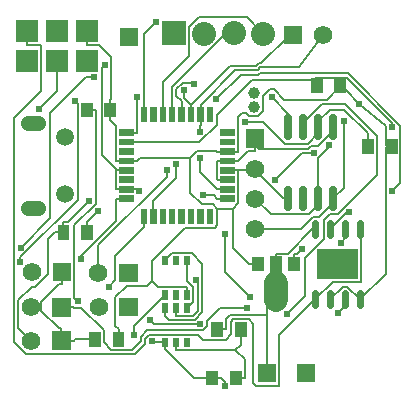
<source format=gbl>
G04 Layer: BottomLayer*
G04 EasyEDA v6.4.7, 2020-10-05T14:23:05+01:00*
G04 80753c53b72f4884ac218c40b0928968,81cdacc9909441f8a3d49748f20dc12b,10*
G04 Gerber Generator version 0.2*
G04 Scale: 100 percent, Rotated: No, Reflected: No *
G04 Dimensions in millimeters *
G04 leading zeros omitted , absolute positions ,3 integer and 3 decimal *
%FSLAX33Y33*%
%MOMM*%
G90*
D02*

%ADD11C,0.179832*%
%ADD12C,0.700001*%
%ADD13C,0.609999*%
%ADD24C,2.032000*%
%ADD25C,0.999998*%
%ADD27C,1.499997*%
%ADD28R,1.574800X1.574800*%
%ADD29C,1.574800*%
%ADD30C,1.299997*%
%ADD31C,0.599999*%
%ADD32C,2.000001*%

%LPD*%
G54D11*
G01X1506Y29359D02*
G01X2651Y29359D01*
G01X2705Y29309D01*
G01X2705Y25478D01*
G01X375Y23152D01*
G01X375Y4196D01*
G01X1419Y3152D01*
G01X10624Y3152D01*
G01X11493Y4020D01*
G01X11493Y4488D01*
G01X11823Y4818D01*
G01X15946Y4818D01*
G01X16375Y4391D01*
G01X18341Y4391D01*
G01X18785Y4833D01*
G01X18785Y5925D01*
G01X18983Y6123D01*
G01X20292Y6123D01*
G01X20655Y5760D01*
G01X20655Y762D01*
G01X20911Y505D01*
G01X22819Y505D01*
G01X22872Y558D01*
G01X22872Y4777D01*
G01X25907Y7810D01*
G01X15090Y11082D02*
G01X15090Y10441D01*
G01X15092Y7058D02*
G01X15587Y7556D01*
G01X15587Y8854D01*
G01X15090Y9352D01*
G01X15090Y10441D01*
G01X15791Y9448D02*
G01X15991Y9248D01*
G01X15991Y6858D01*
G01X15552Y6418D01*
G01X14155Y6418D01*
G01X16182Y5758D02*
G01X16144Y5720D01*
G01X12252Y5720D01*
G01X11948Y6024D01*
G01X6565Y23827D02*
G01X7307Y23827D01*
G01X14155Y7058D02*
G01X14155Y6418D01*
G01X5793Y7663D02*
G01X5527Y7929D01*
G01X5527Y14112D01*
G01X7307Y15895D01*
G01X7307Y23827D01*
G01X13215Y7058D02*
G01X13215Y6418D01*
G01X13213Y11082D02*
G01X13213Y11142D01*
G01X13794Y11724D01*
G01X15448Y11724D01*
G01X16352Y10817D01*
G01X16352Y6728D01*
G01X15694Y6070D01*
G01X13563Y6070D01*
G01X13215Y6418D01*
G01X17932Y1137D02*
G01X18234Y838D01*
G01X18234Y505D01*
G01X17561Y1137D02*
G01X17932Y1137D01*
G01X17561Y1137D02*
G01X17190Y1137D01*
G01X13215Y3609D02*
G01X15687Y1137D01*
G01X17190Y1137D01*
G01X13215Y3886D02*
G01X13215Y3609D01*
G01X13215Y3886D02*
G01X13215Y4163D01*
G01X10581Y4795D02*
G01X10581Y5554D01*
G01X13213Y8186D01*
G01X13215Y4163D02*
G01X12148Y4163D01*
G01X12057Y4254D01*
G01X19192Y1137D02*
G01X19933Y1137D01*
G01X19151Y3522D02*
G01X19933Y2738D01*
G01X19933Y1137D01*
G01X19601Y5257D02*
G01X19601Y3972D01*
G01X19151Y3522D01*
G01X14155Y4163D02*
G01X14155Y3522D01*
G01X19151Y3522D02*
G01X14155Y3522D01*
G01X22212Y24922D02*
G01X23639Y23495D01*
G01X23639Y22397D01*
G01X25768Y20190D02*
G01X24800Y20190D01*
G01X22478Y17868D01*
G01X20144Y7089D02*
G01X17828Y7089D01*
G01X16746Y6004D01*
G01X16746Y5524D01*
G01X16416Y5194D01*
G01X11706Y5194D01*
G01X11145Y4632D01*
G01X11145Y4279D01*
G01X10383Y3520D01*
G01X8630Y3520D01*
G01X7995Y4152D01*
G01X7995Y5184D01*
G01X6083Y7099D01*
G01X5504Y7099D01*
G01X5463Y7139D01*
G01X4417Y7139D02*
G01X5463Y7139D01*
G01X3853Y13477D02*
G01X3309Y12933D01*
G01X3309Y9951D01*
G01X2194Y8836D01*
G01X1910Y8836D01*
G01X784Y7713D01*
G01X784Y5384D01*
G01X1871Y4297D01*
G01X4594Y13477D02*
G01X3853Y13477D01*
G01X24909Y22397D02*
G01X24909Y22755D01*
G01X26479Y24325D01*
G01X28455Y24325D01*
G01X31120Y21658D01*
G01X31120Y18333D01*
G01X27802Y15016D01*
G01X27160Y15016D01*
G01X26636Y14490D01*
G01X26636Y12946D01*
G01X25016Y11328D01*
G01X25016Y8077D01*
G01X23525Y6586D01*
G01X20388Y8003D02*
G01X18270Y10121D01*
G01X18270Y13329D01*
G01X4594Y13477D02*
G01X4594Y14343D01*
G01X4594Y14343D02*
G01X4958Y14343D01*
G01X6731Y16116D01*
G01X30378Y21150D02*
G01X30378Y21582D01*
G01X30378Y21150D02*
G01X30378Y20716D01*
G01X30378Y21582D02*
G01X30378Y21866D01*
G01X28384Y23860D01*
G01X27150Y23860D01*
G01X26179Y22890D01*
G01X26179Y22397D01*
G01X7188Y26593D02*
G01X6492Y26593D01*
G01X3446Y23548D01*
G01X3446Y14653D01*
G01X960Y12166D01*
G01X26179Y22397D02*
G01X26179Y21892D01*
G01X25257Y20970D01*
G01X23375Y20970D01*
G01X21526Y22819D01*
G01X19969Y22819D01*
G01X28447Y7810D02*
G01X28447Y7259D01*
G01X27833Y6647D01*
G01X28447Y13754D02*
G01X28447Y12974D01*
G01X28051Y12580D01*
G01X27177Y13754D02*
G01X28597Y15176D01*
G01X28775Y15176D01*
G01X17599Y5257D02*
G01X18341Y5257D01*
G01X22588Y8460D02*
G01X22588Y10492D01*
G01X22588Y10492D02*
G01X22588Y11686D01*
G01X22588Y11686D02*
G01X23599Y11686D01*
G01X25666Y13754D01*
G01X25907Y13754D01*
G01X21826Y1551D02*
G01X21826Y6522D01*
G01X21826Y6522D02*
G01X21826Y7698D01*
G01X22588Y8460D01*
G01X18341Y5257D02*
G01X18341Y6164D01*
G01X18699Y6522D01*
G01X21826Y6522D01*
G01X16212Y23860D02*
G01X16212Y24297D01*
G01X16212Y23860D02*
G01X16212Y23421D01*
G01X16146Y21983D02*
G01X16146Y22479D01*
G01X16212Y22545D01*
G01X16212Y23421D02*
G01X16212Y22545D01*
G01X16212Y24297D02*
G01X19131Y27216D01*
G01X21033Y27216D01*
G01X21262Y27447D01*
G01X23192Y27447D01*
G01X24556Y27447D01*
G01X26588Y30177D01*
G01X13352Y18768D02*
G01X13352Y18161D01*
G01X7556Y12367D01*
G01X7556Y10030D01*
G01X15400Y23860D02*
G01X15400Y24297D01*
G01X15400Y23860D02*
G01X15400Y23421D01*
G01X24096Y30050D02*
G01X23573Y30050D01*
G01X24096Y30050D02*
G01X24048Y30177D01*
G01X14825Y25511D02*
G01X14825Y24874D01*
G01X15400Y24297D01*
G01X5593Y24610D02*
G01X5824Y24378D01*
G01X5824Y16233D01*
G01X942Y11351D01*
G01X942Y10962D01*
G01X15400Y24297D02*
G01X18666Y27566D01*
G01X20888Y27566D01*
G01X21117Y27795D01*
G01X21318Y27795D01*
G01X23573Y30050D01*
G01X15631Y26029D02*
G01X15499Y26162D01*
G01X14678Y26162D01*
G01X14150Y25633D01*
G01X14150Y25054D01*
G01X14612Y24592D01*
G01X14612Y23421D01*
G01X13799Y23421D02*
G01X13799Y24297D01*
G01X26179Y16352D02*
G01X26179Y15821D01*
G01X25359Y15003D01*
G01X22141Y15003D01*
G01X20810Y16334D01*
G01X13799Y24297D02*
G01X13799Y25775D01*
G01X18346Y30322D01*
G01X19024Y30322D01*
G01X27078Y20868D02*
G01X27078Y20703D01*
G01X26179Y19804D01*
G01X26179Y16352D01*
G01X13012Y23421D02*
G01X13012Y24297D01*
G01X13012Y24297D02*
G01X13012Y26189D01*
G01X15222Y28399D01*
G01X15222Y30853D01*
G01X16085Y31714D01*
G01X20114Y31714D01*
G01X21521Y30307D01*
G01X27449Y16352D02*
G01X27449Y15999D01*
G01X26248Y14798D01*
G01X25687Y14798D01*
G01X24683Y13794D01*
G01X20810Y13794D01*
G01X28333Y22895D02*
G01X28333Y17238D01*
G01X27449Y16352D01*
G01X11412Y23421D02*
G01X11412Y30292D01*
G01X12440Y31320D01*
G01X9913Y21922D02*
G01X10789Y21922D01*
G01X10789Y21922D02*
G01X10789Y24922D01*
G01X17548Y24749D02*
G01X19596Y26797D01*
G01X21104Y26797D01*
G01X21254Y26946D01*
G01X28681Y26946D01*
G01X33121Y22506D01*
G01X33121Y17655D01*
G01X32438Y16972D01*
G01X26029Y25908D02*
G01X25806Y26471D01*
G01X9913Y21135D02*
G01X10789Y21135D01*
G01X32425Y22362D02*
G01X32425Y22710D01*
G01X28615Y26520D01*
G01X25857Y26520D01*
G01X25806Y26471D01*
G01X10789Y21135D02*
G01X16108Y21135D01*
G01X17569Y22595D01*
G01X17569Y23393D01*
G01X20523Y26347D01*
G01X25681Y26347D01*
G01X25806Y26471D01*
G01X6088Y11224D02*
G01X6088Y11465D01*
G01X9037Y14411D01*
G01X9037Y16334D01*
G01X4046Y28018D02*
G01X4046Y25458D01*
G01X2506Y23916D01*
G01X9913Y16334D02*
G01X9037Y16334D01*
G01X11412Y14836D02*
G01X11412Y13959D01*
G01X11412Y13959D02*
G01X8950Y11496D01*
G01X8950Y9415D01*
G01X8415Y8882D01*
G01X14094Y19237D02*
G01X14094Y18044D01*
G01X12199Y16149D01*
G01X12199Y14836D01*
G01X17622Y16334D02*
G01X17332Y16624D01*
G01X16390Y16624D01*
G01X18498Y16334D02*
G01X17622Y16334D01*
G01X18498Y17122D02*
G01X17622Y17122D01*
G01X16146Y19771D02*
G01X16146Y18597D01*
G01X17622Y17122D01*
G01X7256Y4406D02*
G01X5567Y4406D01*
G01X5458Y4297D01*
G01X4411Y4297D02*
G01X5458Y4297D01*
G01X4411Y4297D02*
G01X4411Y5344D01*
G01X1877Y7139D02*
G01X2712Y7139D01*
G01X4411Y5344D02*
G01X4226Y5344D01*
G01X2712Y6858D01*
G01X2712Y7139D01*
G01X2712Y7139D02*
G01X2712Y7594D01*
G01X4193Y9075D01*
G01X4455Y9075D01*
G01X4455Y9598D02*
G01X4455Y9075D01*
G01X9474Y18722D02*
G01X9913Y18722D01*
G01X18059Y19535D02*
G01X17622Y19535D01*
G01X18059Y19535D02*
G01X18498Y19535D01*
G01X19375Y19535D02*
G01X20210Y20368D01*
G01X20810Y20368D01*
G01X18498Y19535D02*
G01X19375Y19535D01*
G01X20810Y21414D02*
G01X20810Y20891D01*
G01X20810Y20891D02*
G01X20810Y20368D01*
G01X18498Y17934D02*
G01X17708Y17934D01*
G01X9563Y17122D02*
G01X9037Y17122D01*
G01X4455Y9598D02*
G01X4455Y10121D01*
G01X17708Y17934D02*
G01X17622Y18021D01*
G01X17622Y19535D01*
G01X9474Y18722D02*
G01X9123Y18722D01*
G01X9563Y17122D02*
G01X9913Y17122D01*
G01X9123Y18722D02*
G01X9037Y18635D01*
G01X9037Y17122D01*
G01X8074Y27625D02*
G01X7820Y27368D01*
G01X7820Y20025D01*
G01X9123Y18722D01*
G01X24112Y11635D02*
G01X24345Y11635D01*
G01X24764Y12054D01*
G01X24112Y10797D02*
G01X24112Y11635D01*
G01X11026Y16957D02*
G01X10955Y16957D01*
G01X10789Y17122D01*
G01X9913Y17122D02*
G01X10789Y17122D01*
G01X20810Y20891D02*
G01X21155Y20546D01*
G01X25328Y20546D01*
G01X25534Y20754D01*
G01X26167Y20754D01*
G01X27449Y22037D01*
G01X27449Y22397D01*
G01X32379Y20716D02*
G01X32009Y20716D01*
G01X9255Y4406D02*
G01X9255Y5273D01*
G01X15090Y8186D02*
G01X15090Y8829D01*
G01X9474Y19535D02*
G01X9037Y19535D01*
G01X9474Y19535D02*
G01X9913Y19535D01*
G01X28178Y25654D02*
G01X27848Y25654D01*
G01X6586Y30558D02*
G01X6586Y29359D01*
G01X23639Y16352D02*
G01X23180Y16352D01*
G01X20810Y18722D01*
G01X20810Y18722D02*
G01X20810Y18874D01*
G01X18498Y20322D02*
G01X17622Y20322D01*
G01X18849Y18722D02*
G01X19375Y18722D01*
G01X18849Y18722D02*
G01X18498Y18722D01*
G01X9913Y19535D02*
G01X10789Y19535D01*
G01X29717Y7810D02*
G01X28641Y8884D01*
G01X28252Y8884D01*
G01X27177Y7810D01*
G01X28178Y25654D02*
G01X28364Y25654D01*
G01X8567Y23827D02*
G01X8567Y24693D01*
G01X28031Y25908D02*
G01X27828Y25654D01*
G01X28031Y25908D02*
G01X27848Y25654D01*
G01X18498Y20322D02*
G01X19375Y20322D01*
G01X20810Y18722D02*
G01X19375Y18722D01*
G01X8567Y22961D02*
G01X9037Y22491D01*
G01X9037Y19535D01*
G01X8567Y23827D02*
G01X8567Y22961D01*
G01X6586Y29359D02*
G01X7635Y29359D01*
G01X8638Y28356D01*
G01X8638Y24765D01*
G01X8567Y24693D01*
G01X20327Y10797D02*
G01X18933Y12192D01*
G01X18933Y15496D01*
G01X19375Y18722D02*
G01X19375Y15941D01*
G01X18933Y15496D01*
G01X18933Y15496D02*
G01X17597Y15496D01*
G01X21064Y10797D02*
G01X20327Y10797D01*
G01X28364Y25654D02*
G01X28501Y25516D01*
G01X29654Y24330D01*
G01X10789Y19535D02*
G01X11059Y19801D01*
G01X15318Y19801D01*
G01X15339Y19781D01*
G01X17622Y20322D02*
G01X17609Y20332D01*
G01X15890Y20332D01*
G01X15339Y19781D01*
G01X15339Y19781D02*
G01X15339Y16824D01*
G01X16304Y15859D01*
G01X17233Y15859D01*
G01X17597Y15496D01*
G01X15090Y8829D02*
G01X12598Y8829D01*
G01X12064Y9362D01*
G01X12064Y9362D02*
G01X12064Y11038D01*
G01X14914Y13888D01*
G01X17393Y13888D01*
G01X17597Y14089D01*
G01X17597Y15496D01*
G01X12064Y9362D02*
G01X11645Y8943D01*
G01X9946Y8943D01*
G01X8983Y7983D01*
G01X8983Y5544D01*
G01X9255Y5273D01*
G01X28031Y25908D02*
G01X26865Y24691D01*
G01X25095Y24691D01*
G01X23291Y24691D01*
G01X22392Y25590D01*
G01X22067Y25590D01*
G01X21480Y25001D01*
G01X21480Y23761D01*
G01X21036Y23317D01*
G01X20302Y23317D01*
G01X20071Y23550D01*
G01X19723Y23550D01*
G01X19375Y23202D01*
G01X19375Y20322D01*
G01X29717Y7810D02*
G01X31874Y9969D01*
G01X31874Y20581D01*
G01X32009Y20716D01*
G01X32009Y20716D02*
G01X31861Y20863D01*
G01X31861Y22440D01*
G01X29654Y24330D01*
G01X6596Y13477D02*
G01X6596Y14366D01*
G01X7548Y15318D01*
G01X25907Y7810D02*
G01X27386Y9288D01*
G01X29753Y9288D01*
G01X29806Y9342D01*
G01X29806Y13665D01*
G01X29717Y13754D01*
G01X1506Y30558D02*
G01X1506Y29359D01*
G54D31*
G01X25907Y14254D02*
G01X25907Y13254D01*
G01X27177Y14254D02*
G01X27177Y13254D01*
G01X28447Y14254D02*
G01X28447Y13254D01*
G01X29717Y14254D02*
G01X29717Y13254D01*
G01X25907Y8310D02*
G01X25907Y7310D01*
G01X27177Y8310D02*
G01X27177Y7310D01*
G01X28447Y8310D02*
G01X28447Y7310D01*
G01X29717Y8310D02*
G01X29717Y7310D01*
G54D12*
G01X27449Y17102D02*
G01X27449Y15602D01*
G01X26179Y17102D02*
G01X26179Y15602D01*
G01X24909Y17102D02*
G01X24909Y15602D01*
G01X23639Y17102D02*
G01X23639Y15602D01*
G01X27449Y23147D02*
G01X27449Y21647D01*
G01X26179Y23147D02*
G01X26179Y21647D01*
G01X24909Y23147D02*
G01X24909Y21647D01*
G01X23639Y23147D02*
G01X23639Y21647D01*
G54D32*
G01X22588Y9210D02*
G01X22588Y7710D01*
G36*
G01X19133Y22202D02*
G01X17863Y22202D01*
G01X17863Y21643D01*
G01X19133Y21643D01*
G01X19133Y22202D01*
G37*
G36*
G01X19133Y21414D02*
G01X17863Y21414D01*
G01X17863Y20855D01*
G01X19133Y20855D01*
G01X19133Y21414D01*
G37*
G36*
G01X19133Y20601D02*
G01X17863Y20601D01*
G01X17863Y20043D01*
G01X19133Y20043D01*
G01X19133Y20601D01*
G37*
G36*
G01X19133Y19814D02*
G01X17863Y19814D01*
G01X17863Y19255D01*
G01X19133Y19255D01*
G01X19133Y19814D01*
G37*
G36*
G01X19133Y19001D02*
G01X17863Y19001D01*
G01X17863Y18442D01*
G01X19133Y18442D01*
G01X19133Y19001D01*
G37*
G36*
G01X19133Y18214D02*
G01X17863Y18214D01*
G01X17863Y17655D01*
G01X19133Y17655D01*
G01X19133Y18214D01*
G37*
G36*
G01X19133Y17401D02*
G01X17863Y17401D01*
G01X17863Y16842D01*
G01X19133Y16842D01*
G01X19133Y17401D01*
G37*
G36*
G01X19133Y16614D02*
G01X17863Y16614D01*
G01X17863Y16055D01*
G01X19133Y16055D01*
G01X19133Y16614D01*
G37*
G36*
G01X17279Y15471D02*
G01X16720Y15471D01*
G01X16720Y14201D01*
G01X17279Y14201D01*
G01X17279Y15471D01*
G37*
G36*
G01X16492Y15471D02*
G01X15933Y15471D01*
G01X15933Y14201D01*
G01X16492Y14201D01*
G01X16492Y15471D01*
G37*
G36*
G01X15679Y15471D02*
G01X15120Y15471D01*
G01X15120Y14201D01*
G01X15679Y14201D01*
G01X15679Y15471D01*
G37*
G36*
G01X14892Y15471D02*
G01X14333Y15471D01*
G01X14333Y14201D01*
G01X14892Y14201D01*
G01X14892Y15471D01*
G37*
G36*
G01X14079Y15471D02*
G01X13520Y15471D01*
G01X13520Y14201D01*
G01X14079Y14201D01*
G01X14079Y15471D01*
G37*
G36*
G01X13291Y15471D02*
G01X12733Y15471D01*
G01X12733Y14201D01*
G01X13291Y14201D01*
G01X13291Y15471D01*
G37*
G36*
G01X12479Y15471D02*
G01X11920Y15471D01*
G01X11920Y14201D01*
G01X12479Y14201D01*
G01X12479Y15471D01*
G37*
G36*
G01X11691Y15471D02*
G01X11132Y15471D01*
G01X11132Y14201D01*
G01X11691Y14201D01*
G01X11691Y15471D01*
G37*
G36*
G01X10548Y16614D02*
G01X9278Y16614D01*
G01X9278Y16055D01*
G01X10548Y16055D01*
G01X10548Y16614D01*
G37*
G36*
G01X10548Y17401D02*
G01X9278Y17401D01*
G01X9278Y16842D01*
G01X10548Y16842D01*
G01X10548Y17401D01*
G37*
G36*
G01X10548Y18214D02*
G01X9278Y18214D01*
G01X9278Y17655D01*
G01X10548Y17655D01*
G01X10548Y18214D01*
G37*
G36*
G01X10548Y19001D02*
G01X9278Y19001D01*
G01X9278Y18442D01*
G01X10548Y18442D01*
G01X10548Y19001D01*
G37*
G36*
G01X10548Y19814D02*
G01X9278Y19814D01*
G01X9278Y19255D01*
G01X10548Y19255D01*
G01X10548Y19814D01*
G37*
G36*
G01X10548Y20601D02*
G01X9278Y20601D01*
G01X9278Y20043D01*
G01X10548Y20043D01*
G01X10548Y20601D01*
G37*
G36*
G01X10548Y21414D02*
G01X9278Y21414D01*
G01X9278Y20855D01*
G01X10548Y20855D01*
G01X10548Y21414D01*
G37*
G36*
G01X10548Y22202D02*
G01X9278Y22202D01*
G01X9278Y21643D01*
G01X10548Y21643D01*
G01X10548Y22202D01*
G37*
G36*
G01X11691Y24056D02*
G01X11132Y24056D01*
G01X11132Y22786D01*
G01X11691Y22786D01*
G01X11691Y24056D01*
G37*
G36*
G01X12479Y24056D02*
G01X11920Y24056D01*
G01X11920Y22786D01*
G01X12479Y22786D01*
G01X12479Y24056D01*
G37*
G36*
G01X13291Y24056D02*
G01X12733Y24056D01*
G01X12733Y22786D01*
G01X13291Y22786D01*
G01X13291Y24056D01*
G37*
G36*
G01X14079Y24056D02*
G01X13520Y24056D01*
G01X13520Y22786D01*
G01X14079Y22786D01*
G01X14079Y24056D01*
G37*
G36*
G01X14892Y24056D02*
G01X14333Y24056D01*
G01X14333Y22786D01*
G01X14892Y22786D01*
G01X14892Y24056D01*
G37*
G36*
G01X15679Y24056D02*
G01X15120Y24056D01*
G01X15120Y22786D01*
G01X15679Y22786D01*
G01X15679Y24056D01*
G37*
G36*
G01X16492Y24056D02*
G01X15933Y24056D01*
G01X15933Y22786D01*
G01X16492Y22786D01*
G01X16492Y24056D01*
G37*
G36*
G01X17279Y24056D02*
G01X16720Y24056D01*
G01X16720Y22786D01*
G01X17279Y22786D01*
G01X17279Y24056D01*
G37*
G36*
G01X26062Y9532D02*
G01X29563Y9532D01*
G01X29563Y12032D01*
G01X26062Y12032D01*
G01X26062Y9532D01*
G37*
G36*
G01X14837Y4565D02*
G01X14837Y3765D01*
G01X15347Y3765D01*
G01X15347Y4565D01*
G01X14837Y4565D01*
G37*
G36*
G01X13897Y4565D02*
G01X13897Y3765D01*
G01X14408Y3765D01*
G01X14408Y4565D01*
G01X13897Y4565D01*
G37*
G36*
G01X12957Y4565D02*
G01X12957Y3765D01*
G01X13468Y3765D01*
G01X13468Y4565D01*
G01X12957Y4565D01*
G37*
G36*
G01X12957Y7461D02*
G01X12957Y6661D01*
G01X13468Y6661D01*
G01X13468Y7461D01*
G01X12957Y7461D01*
G37*
G36*
G01X13897Y7461D02*
G01X13897Y6661D01*
G01X14408Y6661D01*
G01X14408Y7461D01*
G01X13897Y7461D01*
G37*
G36*
G01X14837Y7461D02*
G01X14837Y6661D01*
G01X15347Y6661D01*
G01X15347Y7461D01*
G01X14837Y7461D01*
G37*
G36*
G01X20100Y5882D02*
G01X19100Y5882D01*
G01X19100Y4632D01*
G01X20100Y4632D01*
G01X20100Y5882D01*
G37*
G36*
G01X18100Y5882D02*
G01X17100Y5882D01*
G01X17100Y4632D01*
G01X18100Y4632D01*
G01X18100Y5882D01*
G37*
G36*
G01X19691Y1763D02*
G01X18691Y1763D01*
G01X18691Y512D01*
G01X19691Y512D01*
G01X19691Y1763D01*
G37*
G36*
G01X17691Y1763D02*
G01X16691Y1763D01*
G01X16691Y512D01*
G01X17691Y512D01*
G01X17691Y1763D01*
G37*
G36*
G01X13465Y10684D02*
G01X13465Y11484D01*
G01X12955Y11484D01*
G01X12955Y10684D01*
G01X13465Y10684D01*
G37*
G36*
G01X14405Y10684D02*
G01X14405Y11484D01*
G01X13895Y11484D01*
G01X13895Y10684D01*
G01X14405Y10684D01*
G37*
G36*
G01X15345Y10684D02*
G01X15345Y11484D01*
G01X14834Y11484D01*
G01X14834Y10684D01*
G01X15345Y10684D01*
G37*
G36*
G01X15345Y7788D02*
G01X15345Y8589D01*
G01X14834Y8589D01*
G01X14834Y7788D01*
G01X15345Y7788D01*
G37*
G36*
G01X14405Y7788D02*
G01X14405Y8589D01*
G01X13895Y8589D01*
G01X13895Y7788D01*
G01X14405Y7788D01*
G37*
G36*
G01X13465Y7788D02*
G01X13465Y8589D01*
G01X12955Y8589D01*
G01X12955Y7788D01*
G01X13465Y7788D01*
G37*
G36*
G01X9066Y24452D02*
G01X8066Y24452D01*
G01X8066Y23202D01*
G01X9066Y23202D01*
G01X9066Y24452D01*
G37*
G36*
G01X7066Y24452D02*
G01X6066Y24452D01*
G01X6066Y23202D01*
G01X7066Y23202D01*
G01X7066Y24452D01*
G37*
G36*
G01X7095Y14102D02*
G01X6095Y14102D01*
G01X6095Y12852D01*
G01X7095Y12852D01*
G01X7095Y14102D01*
G37*
G36*
G01X5095Y14102D02*
G01X4095Y14102D01*
G01X4095Y12852D01*
G01X5095Y12852D01*
G01X5095Y14102D01*
G37*
G36*
G01X32879Y21341D02*
G01X31879Y21341D01*
G01X31879Y20091D01*
G01X32879Y20091D01*
G01X32879Y21341D01*
G37*
G36*
G01X30879Y21341D02*
G01X29879Y21341D01*
G01X29879Y20091D01*
G01X30879Y20091D01*
G01X30879Y21341D01*
G37*
G36*
G01X6755Y3781D02*
G01X7755Y3781D01*
G01X7755Y5031D01*
G01X6755Y5031D01*
G01X6755Y3781D01*
G37*
G36*
G01X8755Y3781D02*
G01X9755Y3781D01*
G01X9755Y5031D01*
G01X8755Y5031D01*
G01X8755Y3781D01*
G37*
G36*
G01X22092Y9540D02*
G01X23083Y9540D01*
G01X23083Y11445D01*
G01X22092Y11445D01*
G01X22092Y9540D01*
G37*
G36*
G01X20568Y10200D02*
G01X21559Y10200D01*
G01X21559Y11394D01*
G01X20568Y11394D01*
G01X20568Y10200D01*
G37*
G36*
G01X23616Y10200D02*
G01X24607Y10200D01*
G01X24607Y11394D01*
G01X23616Y11394D01*
G01X23616Y10200D01*
G37*
G36*
G01X28530Y26533D02*
G01X27530Y26533D01*
G01X27530Y25282D01*
G01X28530Y25282D01*
G01X28530Y26533D01*
G37*
G36*
G01X26530Y26533D02*
G01X25530Y26533D01*
G01X25530Y25282D01*
G01X26530Y25282D01*
G01X26530Y26533D01*
G37*
G36*
G01X12932Y31339D02*
G01X14964Y31339D01*
G01X14964Y29307D01*
G01X12932Y29307D01*
G01X12932Y31339D01*
G37*
G54D24*
G01X16499Y30312D03*
G01X19024Y30322D03*
G01X21521Y30307D03*
G54D25*
G01X20721Y24076D03*
G01X20721Y25275D03*
G36*
G01X566Y28958D02*
G01X2446Y28958D01*
G01X2446Y27078D01*
G01X566Y27078D01*
G01X566Y28958D01*
G37*
G36*
G01X566Y31498D02*
G01X2446Y31498D01*
G01X2446Y29618D01*
G01X566Y29618D01*
G01X566Y31498D01*
G37*
G36*
G01X3106Y28958D02*
G01X4986Y28958D01*
G01X4986Y27078D01*
G01X3106Y27078D01*
G01X3106Y28958D01*
G37*
G36*
G01X3106Y31498D02*
G01X4986Y31498D01*
G01X4986Y29618D01*
G01X3106Y29618D01*
G01X3106Y31498D01*
G37*
G36*
G01X5646Y28958D02*
G01X7526Y28958D01*
G01X7526Y27078D01*
G01X5646Y27078D01*
G01X5646Y28958D01*
G37*
G36*
G01X5646Y31498D02*
G01X7526Y31498D01*
G01X7526Y29618D01*
G01X5646Y29618D01*
G01X5646Y31498D01*
G37*
G54D27*
G01X4724Y21539D03*
G01X4724Y16697D03*
G54D28*
G01X21826Y1551D03*
G01X25138Y1541D03*
G36*
G01X3667Y10909D02*
G01X3667Y9334D01*
G01X5242Y9334D01*
G01X5242Y10909D01*
G01X3667Y10909D01*
G37*
G54D29*
G01X1915Y10121D03*
G36*
G01X3624Y5085D02*
G01X3624Y3510D01*
G01X5199Y3510D01*
G01X5199Y5085D01*
G01X3624Y5085D01*
G37*
G01X1871Y4297D03*
G36*
G01X3629Y7927D02*
G01X3629Y6352D01*
G01X5204Y6352D01*
G01X5204Y7927D01*
G01X3629Y7927D01*
G37*
G01X1877Y7139D03*
G54D28*
G01X24048Y30177D03*
G54D29*
G01X26588Y30177D03*
G54D28*
G01X10142Y30050D03*
G36*
G01X20022Y22202D02*
G01X20022Y20627D01*
G01X21597Y20627D01*
G01X21597Y22202D01*
G01X20022Y22202D01*
G37*
G54D29*
G01X20810Y18874D03*
G01X20810Y16334D03*
G01X20810Y13794D03*
G36*
G01X9309Y10817D02*
G01X9309Y9243D01*
G01X10883Y9243D01*
G01X10883Y10817D01*
G01X9309Y10817D01*
G37*
G01X7556Y10030D03*
G36*
G01X9316Y7945D02*
G01X9316Y6370D01*
G01X10891Y6370D01*
G01X10891Y7945D01*
G01X9316Y7945D01*
G37*
G01X7564Y7157D03*
G54D13*
G01X7548Y15318D03*
G01X29654Y24330D03*
G01X11026Y16957D03*
G01X24764Y12054D03*
G01X8074Y27625D03*
G01X16146Y19771D03*
G01X16390Y16624D03*
G01X14094Y19237D03*
G01X8415Y8882D03*
G01X6088Y11224D03*
G01X2506Y23916D03*
G01X32425Y22362D03*
G01X32438Y16972D03*
G01X17548Y24749D03*
G01X10789Y24922D03*
G01X12440Y31320D03*
G01X28333Y22895D03*
G01X27078Y20868D03*
G01X15631Y26029D03*
G01X14825Y25511D03*
G01X5593Y24610D03*
G01X942Y10962D03*
G01X16146Y21983D03*
G01X13352Y18768D03*
G01X28775Y15176D03*
G01X28051Y12580D03*
G01X27833Y6647D03*
G01X960Y12166D03*
G01X7188Y26593D03*
G01X19969Y22819D03*
G01X6731Y16116D03*
G01X18270Y13329D03*
G01X20388Y8003D03*
G01X23525Y6586D03*
G01X25768Y20190D03*
G01X22478Y17868D03*
G01X20144Y7089D03*
G01X22212Y24922D03*
G01X10581Y4795D03*
G01X12057Y4254D03*
G01X18234Y505D03*
G01X15791Y9448D03*
G01X16182Y5758D03*
G01X11948Y6024D03*
G01X5793Y7663D03*
G54D30*
G01X2474Y15509D02*
G01X1574Y15509D01*
G01X2474Y22748D02*
G01X1574Y22748D01*
M00*
M02*

</source>
